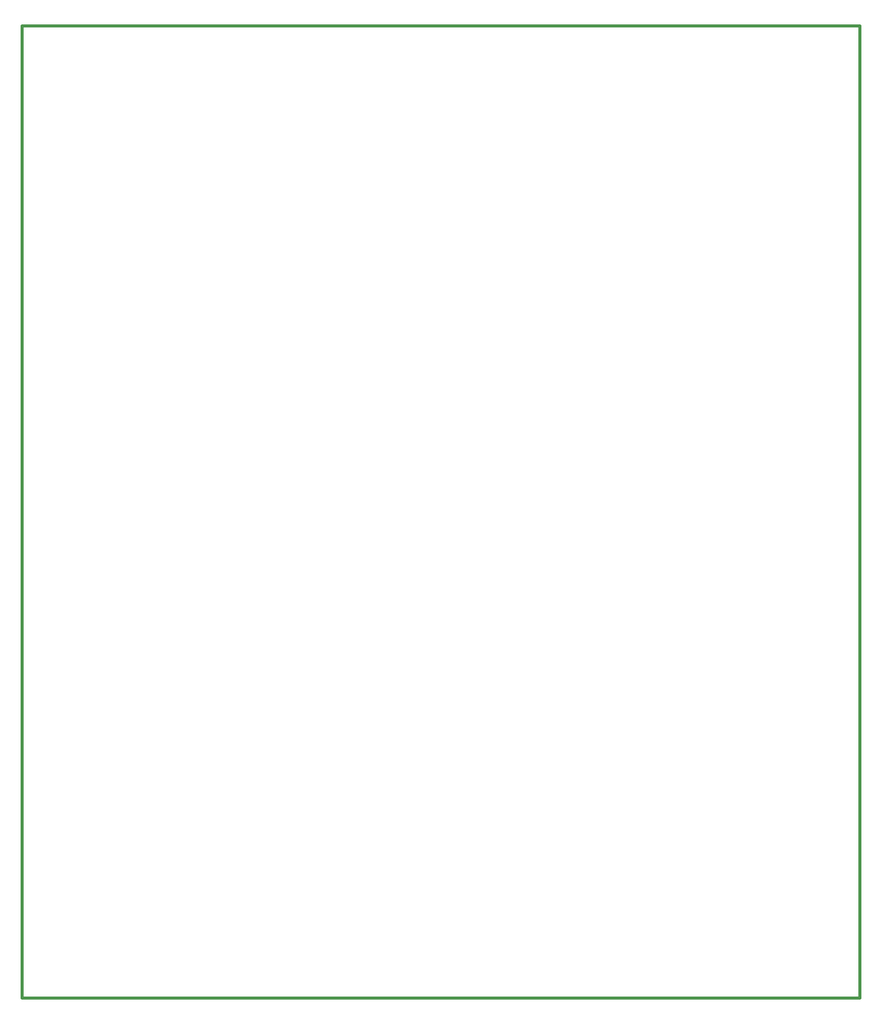
<source format=gko>
G04*
G04 #@! TF.GenerationSoftware,Altium Limited,Altium Designer,20.0.13 (296)*
G04*
G04 Layer_Color=16711935*
%FSLAX44Y44*%
%MOMM*%
G71*
G01*
G75*
%ADD18C,0.3000*%
D18*
X930000Y1080000D02*
X930000Y0D01*
X0Y1080000D02*
X930000D01*
X0Y0D02*
Y1080000D01*
Y0D02*
X930000D01*
M02*

</source>
